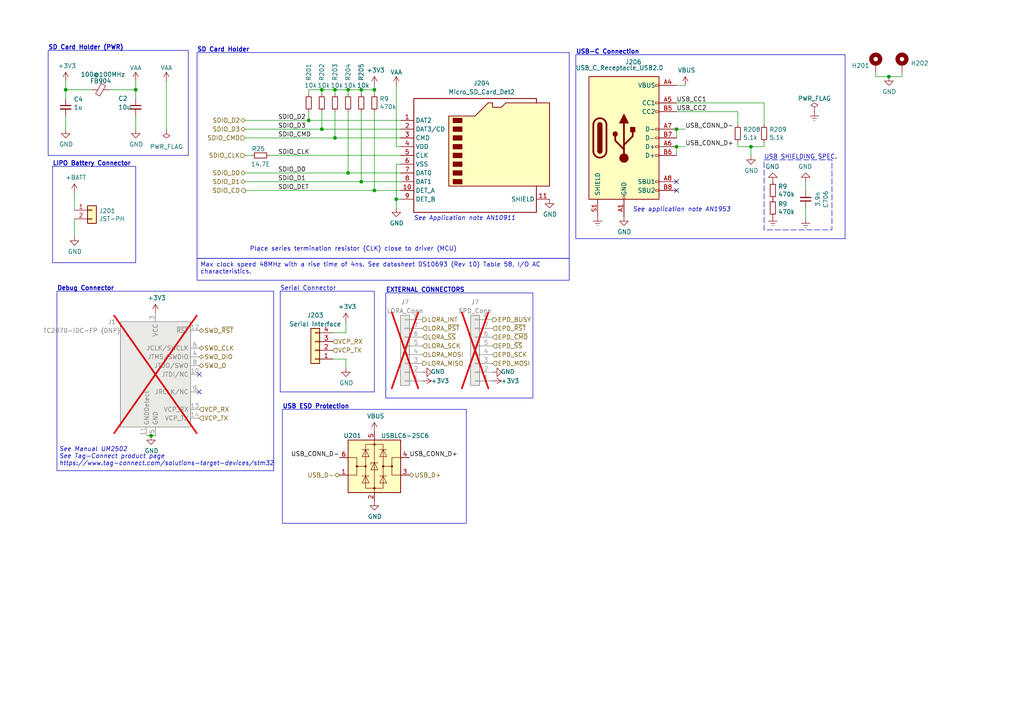
<source format=kicad_sch>
(kicad_sch (version 20230121) (generator eeschema)
  (paper "A4")
  (title_block (title "Kleinvoet") (date "2023-04-12") (rev "${PROJECT_REV}") (company "Department of Electrical and Electronic Engineering - Stellenbosch University") (comment 1 "Digital Signal Processing Laboratory") (comment 2 "Author: CM Geldenhuys <cmgeldenhuys@sun.ac.za>") (comment 3 "Project: Kleinvoet") (comment 4 "License: CERN-OHL-S-2.0"))
  (lib_symbols
    (symbol "Connector:Conn_ST_STDC14"
      (property "Reference" "J" (at -8.89 16.51 0))
      (property "Value" "Conn_ST_STDC14" (at 17.78 16.51 0))
      (symbol "Conn_ST_STDC14_0_1"
        (rectangle (start -10.16 15.24) (end 10.16 -15.24) (stroke (width 0.254)) (fill (type background)))
      )
      (symbol "Conn_ST_STDC14_1_1"
        (pin no_connect line (at -10.16 5.08 0) (length 2.54) hide (name "NC") (number "1"))
        (pin output line (at 12.7 0 180) (length 2.54) (name "JTDI/NC") (number "10"))
        (pin passive line (at -2.54 -17.78 90) (length 2.54) (name "GNDDetect") (number "11"))
        (pin open_collector line (at 12.7 12.7 180) (length 2.54) (name "~{RST}") (number "12"))
        (pin output line (at 12.7 -10.16 180) (length 2.54) (name "VCP_RX") (number "13"))
        (pin input line (at 12.7 -12.7 180) (length 2.54) (name "VCP_TX") (number "14"))
        (pin no_connect line (at -10.16 2.54 0) (length 2.54) hide (name "NC") (number "2"))
        (pin power_in line (at 0 17.78 270) (length 2.54) (name "VCC") (number "3"))
        (pin bidirectional line (at 12.7 5.08 180) (length 2.54) (name "JTMS/SWDIO") (number "4"))
        (pin power_in line (at 0 -17.78 90) (length 2.54) (name "GND") (number "5"))
        (pin output line (at 12.7 7.62 180) (length 2.54) (name "JCLK/SWCLK") (number "6"))
        (pin passive line (at 0 -17.78 90) (length 2.54) hide (name "GND") (number "7"))
        (pin input line (at 12.7 2.54 180) (length 2.54) (name "JTDO/SWO") (number "8"))
        (pin input line (at 12.7 -5.08 180) (length 2.54) (name "JRCLK/NC") (number "9"))
      )
    )
    (symbol "Connector:Micro_SD_Card_Det2"
      (property "Reference" "J" (at -16.51 17.78 0))
      (property "Value" "Micro_SD_Card_Det2" (at 16.51 17.78 0))
      (symbol "Micro_SD_Card_Det2_0_1"
        (rectangle (start -7.62 -6.985) (end -5.08 -8.255) (stroke (width 0.254)) (fill (type outline)))
        (rectangle (start -7.62 -4.445) (end -5.08 -5.715) (stroke (width 0.254)) (fill (type outline)))
        (rectangle (start -7.62 -1.905) (end -5.08 -3.175) (stroke (width 0.254)) (fill (type outline)))
        (rectangle (start -7.62 0.635) (end -5.08 -0.635) (stroke (width 0.254)) (fill (type outline)))
        (rectangle (start -7.62 3.175) (end -5.08 1.905) (stroke (width 0.254)) (fill (type outline)))
        (rectangle (start -7.62 5.715) (end -5.08 4.445) (stroke (width 0.254)) (fill (type outline)))
        (rectangle (start -7.62 8.255) (end -5.08 6.985) (stroke (width 0.254)) (fill (type outline)))
        (rectangle (start -7.62 10.795) (end -5.08 9.525) (stroke (width 0.254)) (fill (type outline)))
        (polyline (pts (xy 16.51 15.24) (xy 16.51 16.51) (xy -19.05 16.51) (xy -19.05 -16.51) (xy 16.51 -16.51) (xy 16.51 -8.89)) (stroke (width 0.254)))
        (polyline (pts (xy -8.89 -8.89) (xy -8.89 11.43) (xy -1.27 11.43) (xy 2.54 15.24) (xy 3.81 15.24) (xy 3.81 13.97) (xy 6.35 13.97) (xy 7.62 15.24) (xy 20.32 15.24) (xy 20.32 -8.89) (xy -8.89 -8.89)) (stroke (width 0.254)) (fill (type background)))
      )
      (symbol "Micro_SD_Card_Det2_1_1"
        (pin bidirectional line (at -22.86 10.16 0) (length 3.81) (name "DAT2") (number "1"))
        (pin passive line (at -22.86 -10.16 0) (length 3.81) (name "DET_A") (number "10"))
        (pin passive line (at 20.32 -12.7 180) (length 3.81) (name "SHIELD") (number "11"))
        (pin bidirectional line (at -22.86 7.62 0) (length 3.81) (name "DAT3/CD") (number "2"))
        (pin input line (at -22.86 5.08 0) (length 3.81) (name "CMD") (number "3"))
        (pin power_in line (at -22.86 2.54 0) (length 3.81) (name "VDD") (number "4"))
        (pin input line (at -22.86 0 0) (length 3.81) (name "CLK") (number "5"))
        (pin power_in line (at -22.86 -2.54 0) (length 3.81) (name "VSS") (number "6"))
        (pin bidirectional line (at -22.86 -5.08 0) (length 3.81) (name "DAT0") (number "7"))
        (pin bidirectional line (at -22.86 -7.62 0) (length 3.81) (name "DAT1") (number "8"))
        (pin passive line (at -22.86 -12.7 0) (length 3.81) (name "DET_B") (number "9"))
      )
    )
    (symbol "Connector_Generic:Conn_01x02" (pin_names (offset 1.016) hide)
      (property "Reference" "J" (at 0 2.54 0))
      (property "Value" "Conn_01x02" (at 0 -5.08 0))
      (symbol "Conn_01x02_1_1"
        (rectangle (start -1.27 -2.413) (end 0 -2.667) (stroke (width 0.1524)))
        (rectangle (start -1.27 0.127) (end 0 -0.127) (stroke (width 0.1524)))
        (rectangle (start -1.27 1.27) (end 1.27 -3.81) (stroke (width 0.254)) (fill (type background)))
        (pin passive line (at -5.08 0 0) (length 3.81) (name "Pin_1") (number "1"))
        (pin passive line (at -5.08 -2.54 0) (length 3.81) (name "Pin_2") (number "2"))
      )
    )
    (symbol "Connector_Generic:Conn_01x04" (pin_names (offset 1.016) hide)
      (property "Reference" "J" (at 0 5.08 0))
      (property "Value" "Conn_01x04" (at 0 -7.62 0))
      (symbol "Conn_01x04_1_1"
        (rectangle (start -1.27 -4.953) (end 0 -5.207) (stroke (width 0.1524)))
        (rectangle (start -1.27 -2.413) (end 0 -2.667) (stroke (width 0.1524)))
        (rectangle (start -1.27 0.127) (end 0 -0.127) (stroke (width 0.1524)))
        (rectangle (start -1.27 2.667) (end 0 2.413) (stroke (width 0.1524)))
        (rectangle (start -1.27 3.81) (end 1.27 -6.35) (stroke (width 0.254)) (fill (type background)))
        (pin passive line (at -5.08 2.54 0) (length 3.81) (name "Pin_1") (number "1"))
        (pin passive line (at -5.08 0 0) (length 3.81) (name "Pin_2") (number "2"))
        (pin passive line (at -5.08 -2.54 0) (length 3.81) (name "Pin_3") (number "3"))
        (pin passive line (at -5.08 -5.08 0) (length 3.81) (name "Pin_4") (number "4"))
      )
    )
    (symbol "Connector_Generic:Conn_01x08" (pin_names (offset 1.016) hide)
      (property "Reference" "J" (at 0 10.16 0))
      (property "Value" "Conn_01x08" (at 0 -12.7 0))
      (symbol "Conn_01x08_1_1"
        (rectangle (start -1.27 -10.033) (end 0 -10.287) (stroke (width 0.1524)))
        (rectangle (start -1.27 -7.493) (end 0 -7.747) (stroke (width 0.1524)))
        (rectangle (start -1.27 -4.953) (end 0 -5.207) (stroke (width 0.1524)))
        (rectangle (start -1.27 -2.413) (end 0 -2.667) (stroke (width 0.1524)))
        (rectangle (start -1.27 0.127) (end 0 -0.127) (stroke (width 0.1524)))
        (rectangle (start -1.27 2.667) (end 0 2.413) (stroke (width 0.1524)))
        (rectangle (start -1.27 5.207) (end 0 4.953) (stroke (width 0.1524)))
        (rectangle (start -1.27 7.747) (end 0 7.493) (stroke (width 0.1524)))
        (rectangle (start -1.27 8.89) (end 1.27 -11.43) (stroke (width 0.254)) (fill (type background)))
        (pin passive line (at -5.08 7.62 0) (length 3.81) (name "Pin_1") (number "1"))
        (pin passive line (at -5.08 5.08 0) (length 3.81) (name "Pin_2") (number "2"))
        (pin passive line (at -5.08 2.54 0) (length 3.81) (name "Pin_3") (number "3"))
        (pin passive line (at -5.08 0 0) (length 3.81) (name "Pin_4") (number "4"))
        (pin passive line (at -5.08 -2.54 0) (length 3.81) (name "Pin_5") (number "5"))
        (pin passive line (at -5.08 -5.08 0) (length 3.81) (name "Pin_6") (number "6"))
        (pin passive line (at -5.08 -7.62 0) (length 3.81) (name "Pin_7") (number "7"))
        (pin passive line (at -5.08 -10.16 0) (length 3.81) (name "Pin_8") (number "8"))
      )
    )
    (symbol "Device:C_Small" (pin_numbers hide) (pin_names (offset 0.254) hide)
      (property "Reference" "C" (at 0.254 1.778 0))
      (property "Value" "C_Small" (at 0.254 -2.032 0))
      (symbol "C_Small_0_1"
        (polyline (pts (xy -1.524 -0.508) (xy 1.524 -0.508)) (stroke (width 0.3302)))
        (polyline (pts (xy -1.524 0.508) (xy 1.524 0.508)) (stroke (width 0.3048)))
      )
      (symbol "C_Small_1_1"
        (pin passive line (at 0 2.54 270) (length 2.032) (name "~") (number "1"))
        (pin passive line (at 0 -2.54 90) (length 2.032) (name "~") (number "2"))
      )
    )
    (symbol "Device:FerriteBead_Small" (pin_numbers hide) (pin_names (offset 0))
      (property "Reference" "FB" (at 1.905 1.27 0))
      (property "Value" "FerriteBead_Small" (at 1.905 -1.27 0))
      (symbol "FerriteBead_Small_0_1"
        (polyline (pts (xy 0 -1.27) (xy 0 -0.7874)))
        (polyline (pts (xy 0 0.889) (xy 0 1.2954)))
        (polyline (pts (xy -1.8288 0.2794) (xy -1.1176 1.4986) (xy 1.8288 -0.2032) (xy 1.1176 -1.4224) (xy -1.8288 0.2794)))
      )
      (symbol "FerriteBead_Small_1_1"
        (pin passive line (at 0 2.54 270) (length 1.27) (name "~") (number "1"))
        (pin passive line (at 0 -2.54 90) (length 1.27) (name "~") (number "2"))
      )
    )
    (symbol "Device:R_Small" (pin_numbers hide) (pin_names (offset 0.254) hide)
      (property "Reference" "R" (at 0.762 0.508 0))
      (property "Value" "R_Small" (at 0.762 -1.016 0))
      (symbol "R_Small_0_1"
        (rectangle (start -0.762 1.778) (end 0.762 -1.778) (stroke (width 0.2032)))
      )
      (symbol "R_Small_1_1"
        (pin passive line (at 0 2.54 270) (length 0.762) (name "~") (number "1"))
        (pin passive line (at 0 -2.54 90) (length 0.762) (name "~") (number "2"))
      )
    )
    (symbol "Mechanical:MountingHole_Pad" (pin_numbers hide) (pin_names (offset 1.016) hide)
      (property "Reference" "H" (at 0 6.35 0))
      (property "Value" "MountingHole_Pad" (at 0 4.445 0))
      (symbol "MountingHole_Pad_0_1"
        (circle (center 0 1.27) (radius 1.27) (stroke (width 1.27)))
      )
      (symbol "MountingHole_Pad_1_1"
        (pin input line (at 0 -2.54 90) (length 2.54) (name "1") (number "1"))
      )
    )
    (symbol "Power_Protection:USBLC6-2SC6" (pin_names hide)
      (property "Reference" "U" (at 2.54 8.89 0))
      (property "Value" "USBLC6-2SC6" (at 2.54 -8.89 0))
      (symbol "USBLC6-2SC6_0_1"
        (rectangle (start -7.62 -7.62) (end 7.62 7.62) (stroke (width 0.254)) (fill (type background)))
        (circle (center -5.08 0) (radius 0.254) (fill (type outline)))
        (circle (center -2.54 0) (radius 0.254) (fill (type outline)))
        (rectangle (start -2.54 6.35) (end 2.54 -6.35))
        (circle (center 0 -6.35) (radius 0.254) (fill (type outline)))
        (polyline (pts (xy -5.08 -2.54) (xy -7.62 -2.54)))
        (polyline (pts (xy -5.08 0) (xy -5.08 -2.54)))
        (polyline (pts (xy -5.08 2.54) (xy -7.62 2.54)))
        (polyline (pts (xy -1.524 -2.794) (xy -3.556 -2.794)))
        (polyline (pts (xy -1.524 4.826) (xy -3.556 4.826)))
        (polyline (pts (xy 0 -7.62) (xy 0 -6.35)))
        (polyline (pts (xy 0 -6.35) (xy 0 1.27)))
        (polyline (pts (xy 0 1.27) (xy 0 6.35)))
        (polyline (pts (xy 0 6.35) (xy 0 7.62)))
        (polyline (pts (xy 1.524 -2.794) (xy 3.556 -2.794)))
        (polyline (pts (xy 1.524 4.826) (xy 3.556 4.826)))
        (polyline (pts (xy 5.08 -2.54) (xy 7.62 -2.54)))
        (polyline (pts (xy 5.08 0) (xy 5.08 -2.54)))
        (polyline (pts (xy 5.08 2.54) (xy 7.62 2.54)))
        (polyline (pts (xy -2.54 0) (xy -5.08 0) (xy -5.08 2.54)))
        (polyline (pts (xy 2.54 0) (xy 5.08 0) (xy 5.08 2.54)))
        (polyline (pts (xy -3.556 -4.826) (xy -1.524 -4.826) (xy -2.54 -2.794) (xy -3.556 -4.826)))
        (polyline (pts (xy -3.556 2.794) (xy -1.524 2.794) (xy -2.54 4.826) (xy -3.556 2.794)))
        (polyline (pts (xy -1.016 -1.016) (xy 1.016 -1.016) (xy 0 1.016) (xy -1.016 -1.016)))
        (polyline (pts (xy 1.016 1.016) (xy 0.762 1.016) (xy -1.016 1.016) (xy -1.016 0.508)))
        (polyline (pts (xy 3.556 -4.826) (xy 1.524 -4.826) (xy 2.54 -2.794) (xy 3.556 -4.826)))
        (polyline (pts (xy 3.556 2.794) (xy 1.524 2.794) (xy 2.54 4.826) (xy 3.556 2.794)))
        (circle (center 0 6.35) (radius 0.254) (fill (type outline)))
        (circle (center 2.54 0) (radius 0.254) (fill (type outline)))
        (circle (center 5.08 0) (radius 0.254) (fill (type outline)))
      )
      (symbol "USBLC6-2SC6_1_1"
        (pin passive line (at -10.16 -2.54 0) (length 2.54) (name "I/O1") (number "1"))
        (pin passive line (at 0 -10.16 90) (length 2.54) (name "GND") (number "2"))
        (pin passive line (at 10.16 -2.54 180) (length 2.54) (name "I/O2") (number "3"))
        (pin passive line (at 10.16 2.54 180) (length 2.54) (name "I/O2") (number "4"))
        (pin passive line (at 0 10.16 270) (length 2.54) (name "VBUS") (number "5"))
        (pin passive line (at -10.16 2.54 0) (length 2.54) (name "I/O1") (number "6"))
      )
    )
    (symbol "kleinvoet-rescue:USB_C_Receptacle_USB2.0-Connector" (pin_names (offset 1.016))
      (property "Reference" "J" (at -10.16 19.05 0))
      (property "Value" "USB_C_Receptacle_USB2.0-Connector" (at 19.05 19.05 0))
      (symbol "USB_C_Receptacle_USB2.0-Connector_0_0"
        (rectangle (start -0.254 -17.78) (end 0.254 -16.764))
        (rectangle (start 10.16 -14.986) (end 9.144 -15.494))
        (rectangle (start 10.16 -12.446) (end 9.144 -12.954))
        (rectangle (start 10.16 -4.826) (end 9.144 -5.334))
        (rectangle (start 10.16 -2.286) (end 9.144 -2.794))
        (rectangle (start 10.16 0.254) (end 9.144 -0.254))
        (rectangle (start 10.16 2.794) (end 9.144 2.286))
        (rectangle (start 10.16 7.874) (end 9.144 7.366))
        (rectangle (start 10.16 10.414) (end 9.144 9.906))
        (rectangle (start 10.16 15.494) (end 9.144 14.986))
      )
      (symbol "USB_C_Receptacle_USB2.0-Connector_0_1"
        (rectangle (start -10.16 17.78) (end 10.16 -17.78) (stroke (width 0.254)) (fill (type background)))
        (arc (start -8.89 -3.81) (mid -6.985 -5.7067) (end -5.08 -3.81) (stroke (width 0.508)))
        (arc (start -7.62 -3.81) (mid -6.985 -4.4423) (end -6.35 -3.81) (stroke (width 0.254)))
        (arc (start -7.62 -3.81) (mid -6.985 -4.4423) (end -6.35 -3.81) (stroke (width 0.254)) (fill (type outline)))
        (rectangle (start -7.62 -3.81) (end -6.35 3.81) (stroke (width 0.254)) (fill (type outline)))
        (arc (start -6.35 3.81) (mid -6.985 4.4423) (end -7.62 3.81) (stroke (width 0.254)))
        (arc (start -6.35 3.81) (mid -6.985 4.4423) (end -7.62 3.81) (stroke (width 0.254)) (fill (type outline)))
        (arc (start -5.08 3.81) (mid -6.985 5.7067) (end -8.89 3.81) (stroke (width 0.508)))
        (circle (center -2.54 1.143) (radius 0.635) (stroke (width 0.254)) (fill (type outline)))
        (circle (center 0 -5.842) (radius 1.27) (fill (type outline)))
        (polyline (pts (xy -8.89 -3.81) (xy -8.89 3.81)) (stroke (width 0.508)))
        (polyline (pts (xy -5.08 3.81) (xy -5.08 -3.81)) (stroke (width 0.508)))
        (polyline (pts (xy 0 -5.842) (xy 0 4.318)) (stroke (width 0.508)))
        (polyline (pts (xy 0 -3.302) (xy -2.54 -0.762) (xy -2.54 0.508)) (stroke (width 0.508)))
        (polyline (pts (xy 0 -2.032) (xy 2.54 0.508) (xy 2.54 1.778)) (stroke (width 0.508)))
        (polyline (pts (xy -1.27 4.318) (xy 0 6.858) (xy 1.27 4.318) (xy -1.27 4.318)) (stroke (width 0.254)) (fill (type outline)))
        (rectangle (start 1.905 1.778) (end 3.175 3.048) (stroke (width 0.254)) (fill (type outline)))
      )
      (symbol "USB_C_Receptacle_USB2.0-Connector_1_1"
        (pin power_in line (at 0 -22.86 90) (length 5.08) (name "GND") (number "A1"))
        (pin passive line (at 0 -22.86 90) (length 5.08) hide (name "GND") (number "A12"))
        (pin power_in line (at 15.24 15.24 180) (length 5.08) (name "VBUS") (number "A4"))
        (pin bidirectional line (at 15.24 10.16 180) (length 5.08) (name "CC1") (number "A5"))
        (pin bidirectional line (at 15.24 -2.54 180) (length 5.08) (name "D+") (number "A6"))
        (pin bidirectional line (at 15.24 2.54 180) (length 5.08) (name "D-") (number "A7"))
        (pin bidirectional line (at 15.24 -12.7 180) (length 5.08) (name "SBU1") (number "A8"))
        (pin passive line (at 15.24 15.24 180) (length 5.08) hide (name "VBUS") (number "A9"))
        (pin passive line (at 0 -22.86 90) (length 5.08) hide (name "GND") (number "B1"))
        (pin passive line (at 0 -22.86 90) (length 5.08) hide (name "GND") (number "B12"))
        (pin passive line (at 15.24 15.24 180) (length 5.08) hide (name "VBUS") (number "B4"))
        (pin bidirectional line (at 15.24 7.62 180) (length 5.08) (name "CC2") (number "B5"))
        (pin bidirectional line (at 15.24 -5.08 180) (length 5.08) (name "D+") (number "B6"))
        (pin bidirectional line (at 15.24 0 180) (length 5.08) (name "D-") (number "B7"))
        (pin bidirectional line (at 15.24 -15.24 180) (length 5.08) (name "SBU2") (number "B8"))
        (pin passive line (at 15.24 15.24 180) (length 5.08) hide (name "VBUS") (number "B9"))
        (pin passive line (at -7.62 -22.86 90) (length 5.08) (name "SHIELD") (number "S1"))
      )
    )
    (symbol "power:+3V3" (power) (pin_names (offset 0))
      (property "Value" "+3V3" (at 0 3.556 0))
      (symbol "+3V3_0_1"
        (polyline (pts (xy -0.762 1.27) (xy 0 2.54)))
        (polyline (pts (xy 0 0) (xy 0 2.54)))
        (polyline (pts (xy 0 2.54) (xy 0.762 1.27)))
      )
      (symbol "+3V3_1_1"
        (pin power_in line (at 0 0 90) (length 0) hide (name "+3V3") (number "1"))
      )
    )
    (symbol "power:+BATT" (power) (pin_names (offset 0))
      (property "Value" "+BATT" (at 0 3.556 0))
      (symbol "+BATT_0_1"
        (polyline (pts (xy -0.762 1.27) (xy 0 2.54)))
        (polyline (pts (xy 0 0) (xy 0 2.54)))
        (polyline (pts (xy 0 2.54) (xy 0.762 1.27)))
      )
      (symbol "+BATT_1_1"
        (pin power_in line (at 0 0 90) (length 0) hide (name "+BATT") (number "1"))
      )
    )
    (symbol "power:Earth" (power) (pin_names (offset 0))
      (symbol "Earth_0_1"
        (polyline (pts (xy -0.635 -1.905) (xy 0.635 -1.905)))
        (polyline (pts (xy -0.127 -2.54) (xy 0.127 -2.54)))
        (polyline (pts (xy 0 -1.27) (xy 0 0)))
        (polyline (pts (xy 1.27 -1.27) (xy -1.27 -1.27)))
      )
      (symbol "Earth_1_1"
        (pin power_in line (at 0 0 270) (length 0) hide (name "Earth") (number "1"))
      )
    )
    (symbol "power:GND" (power) (pin_names (offset 0))
      (property "Value" "GND" (at 0 -3.81 0))
      (symbol "GND_0_1"
        (polyline (pts (xy 0 0) (xy 0 -1.27) (xy 1.27 -1.27) (xy 0 -2.54) (xy -1.27 -1.27) (xy 0 -1.27)))
      )
      (symbol "GND_1_1"
        (pin power_in line (at 0 0 270) (length 0) hide (name "GND") (number "1"))
      )
    )
    (symbol "power:PWR_FLAG" (power) (pin_numbers hide) (pin_names (offset 0) hide)
      (property "Value" "PWR_FLAG" (at 0 3.81 0))
      (symbol "PWR_FLAG_0_0"
        (pin power_out line (at 0 0 90) (length 0) (name "pwr") (number "1"))
      )
      (symbol "PWR_FLAG_0_1"
        (polyline (pts (xy 0 0) (xy 0 1.27) (xy -1.016 1.905) (xy 0 2.54) (xy 1.016 1.905) (xy 0 1.27)))
      )
    )
    (symbol "power:VAA" (power) (pin_names (offset 0))
      (property "Value" "VAA" (at 0 3.81 0))
      (symbol "VAA_0_1"
        (polyline (pts (xy -0.762 1.27) (xy 0 2.54)))
        (polyline (pts (xy 0 0) (xy 0 2.54)))
        (polyline (pts (xy 0 2.54) (xy 0.762 1.27)))
      )
      (symbol "VAA_1_1"
        (pin power_in line (at 0 0 90) (length 0) hide (name "VAA") (number "1"))
      )
    )
    (symbol "power:VBUS" (power) (pin_names (offset 0))
      (property "Value" "VBUS" (at 0 3.81 0))
      (symbol "VBUS_0_1"
        (polyline (pts (xy -0.762 1.27) (xy 0 2.54)))
        (polyline (pts (xy 0 0) (xy 0 2.54)))
        (polyline (pts (xy 0 2.54) (xy 0.762 1.27)))
      )
      (symbol "VBUS_1_1"
        (pin power_in line (at 0 0 90) (length 0) hide (name "VBUS") (number "1"))
      )
    )
  )
  (junction (at 114.935 57.785))
  (junction (at 93.345 37.465))
  (junction (at 108.585 26.035))
  (junction (at 104.775 26.035))
  (junction (at 100.965 50.165))
  (junction (at 257.81 22.225))
  (junction (at 39.37 26.035))
  (junction (at 217.805 42.545))
  (junction (at 100.965 26.035))
  (junction (at 97.155 40.005))
  (junction (at 196.215 37.465))
  (junction (at 19.05 26.035))
  (junction (at 108.585 55.245))
  (junction (at 93.345 26.035))
  (junction (at 89.535 34.925))
  (junction (at 43.815 126.365))
  (junction (at 196.215 42.545))
  (junction (at 97.155 26.035))
  (junction (at 104.775 52.705))
  (no_connect (at 196.215 55.245))
  (no_connect (at 57.785 113.665))
  (no_connect (at 196.215 52.705))
  (no_connect (at 57.785 108.585))
  (polyline (pts (xy 167.005 69.215) (xy 245.11 69.215)))
  (polyline (pts (xy 39.37 76.2) (xy 39.37 48.26)))
  (polyline (pts (xy 81.915 151.765) (xy 135.255 151.765)))
  (wire (pts (xy 71.12 45.085) (xy 73.025 45.085)))
  (wire (pts (xy 71.12 37.465) (xy 93.345 37.465)))
  (wire (pts (xy 97.155 26.035) (xy 97.155 27.305)))
  (wire (pts (xy 19.05 23.495) (xy 19.05 26.035)))
  (wire (pts (xy 89.535 27.305) (xy 89.535 26.035)))
  (wire (pts (xy 100.965 26.035) (xy 104.775 26.035)))
  (wire (pts (xy 31.75 26.035) (xy 39.37 26.035)))
  (wire (pts (xy 100.965 26.035) (xy 100.965 27.305)))
  (wire (pts (xy 97.155 32.385) (xy 97.155 40.005)))
  (wire (pts (xy 93.345 37.465) (xy 116.205 37.465)))
  (wire (pts (xy 71.12 34.925) (xy 89.535 34.925)))
  (polyline (pts (xy 165.1 15.24) (xy 165.1 74.93)))
  (wire (pts (xy 78.105 45.085) (xy 116.205 45.085)))
  (wire (pts (xy 71.12 55.245) (xy 108.585 55.245)))
  (wire (pts (xy 93.345 26.035) (xy 97.155 26.035)))
  (polyline (pts (xy 165.1 15.24) (xy 57.15 15.24)))
  (wire (pts (xy 19.05 33.655) (xy 19.05 37.465)))
  (wire (pts (xy 104.775 32.385) (xy 104.775 52.705)))
  (wire (pts (xy 100.965 32.385) (xy 100.965 50.165)))
  (wire (pts (xy 19.05 26.035) (xy 19.05 28.575)))
  (wire (pts (xy 116.205 42.545) (xy 114.935 42.545)))
  (wire (pts (xy 100.33 96.52) (xy 96.52 96.52)))
  (polyline (pts (xy 245.11 69.215) (xy 245.11 15.875)))
  (wire (pts (xy 254 22.225) (xy 257.81 22.225)))
  (polyline (pts (xy 15.24 48.26) (xy 15.24 76.2)))
  (wire (pts (xy 217.805 45.085) (xy 217.805 42.545)))
  (wire (pts (xy 114.935 57.785) (xy 116.205 57.785)))
  (wire (pts (xy 89.535 32.385) (xy 89.535 34.925)))
  (wire (pts (xy 261.62 22.225) (xy 261.62 20.955)))
  (wire (pts (xy 89.535 34.925) (xy 116.205 34.925)))
  (wire (pts (xy 93.345 27.305) (xy 93.345 26.035)))
  (polyline (pts (xy 57.15 15.24) (xy 57.15 74.93)))
  (wire (pts (xy 196.215 45.085) (xy 196.215 42.545)))
  (wire (pts (xy 100.33 104.14) (xy 100.33 106.68)))
  (wire (pts (xy 217.805 42.545) (xy 213.995 42.545)))
  (wire (pts (xy 39.37 23.495) (xy 39.37 26.035)))
  (wire (pts (xy 233.68 60.325) (xy 233.68 63.5)))
  (wire (pts (xy 217.805 42.545) (xy 221.615 42.545)))
  (polyline (pts (xy 81.915 118.745) (xy 135.255 118.745)))
  (wire (pts (xy 71.12 40.005) (xy 97.155 40.005)))
  (wire (pts (xy 21.59 68.58) (xy 21.59 63.5)))
  (wire (pts (xy 213.995 36.195) (xy 213.995 32.385)))
  (wire (pts (xy 114.935 42.545) (xy 114.935 24.765)))
  (wire (pts (xy 213.995 42.545) (xy 213.995 41.275)))
  (wire (pts (xy 198.755 37.465) (xy 196.215 37.465)))
  (polyline (pts (xy 245.11 15.875) (xy 167.005 15.875)))
  (wire (pts (xy 213.995 32.385) (xy 196.215 32.385)))
  (wire (pts (xy 198.755 24.765) (xy 196.215 24.765)))
  (wire (pts (xy 104.775 26.035) (xy 104.775 27.305)))
  (wire (pts (xy 39.37 26.035) (xy 39.37 28.575)))
  (wire (pts (xy 254 22.225) (xy 254 20.955)))
  (polyline (pts (xy 135.255 151.765) (xy 135.255 118.745)))
  (wire (pts (xy 71.12 50.165) (xy 100.965 50.165)))
  (wire (pts (xy 108.585 24.765) (xy 108.585 26.035)))
  (wire (pts (xy 104.775 52.705) (xy 116.205 52.705)))
  (wire (pts (xy 43.815 126.365) (xy 42.545 126.365)))
  (wire (pts (xy 108.585 55.245) (xy 116.205 55.245)))
  (polyline (pts (xy 167.005 15.875) (xy 167.005 69.215)))
  (wire (pts (xy 257.81 22.225) (xy 261.62 22.225)))
  (wire (pts (xy 233.68 52.705) (xy 233.68 55.245)))
  (polyline (pts (xy 81.915 118.745) (xy 81.915 151.765)))
  (wire (pts (xy 89.535 26.035) (xy 93.345 26.035)))
  (polyline (pts (xy 39.37 48.26) (xy 15.24 48.26)))
  (wire (pts (xy 114.935 47.625) (xy 116.205 47.625)))
  (wire (pts (xy 114.935 60.325) (xy 114.935 57.785)))
  (wire (pts (xy 93.345 32.385) (xy 93.345 37.465)))
  (wire (pts (xy 100.33 93.345) (xy 100.33 96.52)))
  (wire (pts (xy 104.775 26.035) (xy 108.585 26.035)))
  (wire (pts (xy 100.965 50.165) (xy 116.205 50.165)))
  (wire (pts (xy 96.52 104.14) (xy 100.33 104.14)))
  (wire (pts (xy 97.155 26.035) (xy 100.965 26.035)))
  (wire (pts (xy 196.215 40.005) (xy 196.215 37.465)))
  (polyline (pts (xy 57.15 74.93) (xy 165.1 74.93)))
  (wire (pts (xy 97.155 40.005) (xy 116.205 40.005)))
  (wire (pts (xy 71.12 52.705) (xy 104.775 52.705)))
  (wire (pts (xy 108.585 26.035) (xy 108.585 27.305)))
  (wire (pts (xy 45.085 126.365) (xy 43.815 126.365)))
  (wire (pts (xy 21.59 60.96) (xy 21.59 55.88)))
  (wire (pts (xy 108.585 32.385) (xy 108.585 55.245)))
  (wire (pts (xy 221.615 29.845) (xy 196.215 29.845)))
  (wire (pts (xy 221.615 42.545) (xy 221.615 41.275)))
  (wire (pts (xy 114.935 57.785) (xy 114.935 47.625)))
  (wire (pts (xy 221.615 36.195) (xy 221.615 29.845)))
  (wire (pts (xy 198.755 42.545) (xy 196.215 42.545)))
  (wire (pts (xy 19.05 26.035) (xy 26.67 26.035)))
  (polyline (pts (xy 15.24 76.2) (xy 39.37 76.2)))
  (wire (pts (xy 48.26 23.495) (xy 48.26 37.465)))
  (wire (pts (xy 39.37 33.655) (xy 39.37 37.465)))
  (rectangle (start 221.615 46.355) (end 241.3 66.675) (stroke (width 0) (type dash)))
  (rectangle (start 13.97 14.605) (end 54.61 45.085))
  (rectangle (start 111.887 84.963) (end 154.559 115.443))
  (rectangle (start 81.28 84.455) (end 108.585 113.665))
  (rectangle (start 16.51 84.455) (end 79.375 136.525))
  (text_box "Max clock speed 48MHz with a rise time of 4ns. See datasheet DS10693 (Rev 10) Table 58, I/O AC characteristics." (at 57.15 74.93 0) (size 107.95 6.35) (effects (font (size 1.27 1.27)) (justify left top)))
  (text "USB ESD Protection" (at 81.915 118.745 0) (effects (font (size 1.27 1.27) (thickness 0.254) bold) (justify left bottom)))
  (text "Debug Connector" (at 16.51 84.455 0) (effects (font (size 1.27 1.27) (thickness 0.254) bold) (justify left bottom)))
  (text "Place series termination resistor (CLK) close to driver (MCU)" (at 72.39 73.025 0) (effects (font (size 1.27 1.27)) (justify left bottom)))
  (text "Serial Connector" (at 81.28 84.455 0) (effects (font (size 1.27 1.27)) (justify left bottom)))
  (text "See application note AN1953" (at 183.515 61.595 0) (effects (font (size 1.27 1.27) italic) (justify left bottom)))
  (text "See Manual UM2502\nSee Tag-Connect product page\nhttps://www.tag-connect.com/solutions-target-devices/stm32" (at 17.145 135.255 0) (effects (font (size 1.27 1.27) italic) (justify left bottom)))
  (text "EXTERNAL CONNECTORS" (at 111.887 84.963 0) (effects (font (size 1.27 1.27) (thickness 0.254) bold) (justify left bottom)))
  (text "See Application note AN10911" (at 120.015 64.135 0) (effects (font (size 1.27 1.27) italic) (justify left bottom)))
  (text "USB SHIELDING SPEC." (at 221.615 46.355 0) (effects (font (size 1.27 1.27)) (justify left bottom)))
  (text "SD Card Holder (PWR)" (at 13.97 14.605 0) (effects (font (size 1.27 1.27) (thickness 0.254) bold) (justify left bottom)))
  (text "LIPO Battery Connector" (at 15.24 48.26 0) (effects (font (size 1.27 1.27) (thickness 0.254) bold) (justify left bottom)))
  (text "SD Card Holder" (at 57.15 15.24 0) (effects (font (size 1.27 1.27) (thickness 0.254) bold) (justify left bottom)))
  (text "USB-C Connection" (at 167.005 15.875 0) (effects (font (size 1.27 1.27) (thickness 0.254) bold) (justify left bottom)))
  (label "SDIO_CMD" (at 80.645 40.005 0))
  (label "USB_CONN_D-" (at 98.425 132.715 180))
  (label "SDIO_CLK" (at 80.645 45.085 0))
  (label "USB_CC1" (at 196.215 29.845 0))
  (label "SDIO_D0" (at 80.645 50.165 0))
  (label "USB_CONN_D+" (at 118.745 132.715 0))
  (label "USB_CONN_D+" (at 198.755 42.545 0))
  (label "USB_CC2" (at 196.215 32.385 0))
  (label "SDIO_D1" (at 80.645 52.705 0))
  (label "SDIO_D3" (at 80.645 37.465 0))
  (label "SDIO_D2" (at 80.645 34.925 0))
  (label "SDIO_DET" (at 80.645 55.245 0))
  (label "USB_CONN_D-" (at 198.755 37.465 0))
  (hierarchical_label "SDIO_CD" (shape output) (at 71.12 55.245 180))
  (hierarchical_label "EPD_SCK" (shape input) (at 142.875 102.87 0))
  (hierarchical_label "EPD_~{CMD}" (shape input) (at 142.875 97.79 0))
  (hierarchical_label "USB_D-" (shape bidirectional) (at 98.425 137.795 180))
  (hierarchical_label "EPD_BUSY" (shape output) (at 142.875 92.71 0))
  (hierarchical_label "VCP_RX" (shape input) (at 57.785 118.745 0))
  (hierarchical_label "LORA_~{SS}" (shape input) (at 122.555 97.79 0))
  (hierarchical_label "EPD_MOSI" (shape input) (at 142.875 105.41 0))
  (hierarchical_label "SDIO_CMD" (shape input) (at 71.12 40.005 180))
  (hierarchical_label "LORA_MISO" (shape output) (at 122.555 105.41 0))
  (hierarchical_label "SDIO_D2" (shape bidirectional) (at 71.12 34.925 180))
  (hierarchical_label "LORA_~{RST}" (shape input) (at 122.555 95.25 0))
  (hierarchical_label "SWD_~{RST}" (shape bidirectional) (at 57.785 95.885 0))
  (hierarchical_label "VCP_TX" (shape input) (at 96.52 101.6 0))
  (hierarchical_label "VCP_RX" (shape input) (at 96.52 99.06 0))
  (hierarchical_label "LORA_SCK" (shape input) (at 122.555 100.33 0))
  (hierarchical_label "SDIO_D0" (shape bidirectional) (at 71.12 50.165 180))
  (hierarchical_label "SDIO_CLK" (shape input) (at 71.12 45.085 180))
  (hierarchical_label "SWD_CLK" (shape bidirectional) (at 57.785 100.965 0))
  (hierarchical_label "EPD_~{SS}" (shape input) (at 142.875 100.33 0))
  (hierarchical_label "VCP_TX" (shape input) (at 57.785 121.285 0))
  (hierarchical_label "SDIO_D3" (shape bidirectional) (at 71.12 37.465 180))
  (hierarchical_label "SWD_O" (shape bidirectional) (at 57.785 106.045 0))
  (hierarchical_label "SDIO_D1" (shape bidirectional) (at 71.12 52.705 180))
  (hierarchical_label "LORA_INT" (shape output) (at 122.555 92.71 0))
  (hierarchical_label "SWD_DIO" (shape bidirectional) (at 57.785 103.505 0))
  (hierarchical_label "LORA_MOSI" (shape input) (at 122.555 102.87 0))
  (hierarchical_label "USB_D+" (shape bidirectional) (at 118.745 137.795 0))
  (hierarchical_label "EPD_~{RST}" (shape input) (at 142.875 95.25 0))
  (symbol (lib_id "Connector_Generic:Conn_01x02") (at 26.67 60.96 0) (unit 1)
    (property "Reference" "J201" (at 28.702 61.1632 0) (effects (justify left)))
    (property "Value" "JST-PH" (at 28.702 63.4746 0) (effects (justify left)))
    (property "Footprint" "grootvoet:JST_PH_S2B-PH-SM4-TB_1x02-1MP_P2.00mm_Horizontal" (effects hide))
    (property "MPN" "1769" (effects hide))
    (property "Mfr." "Adafruit" (effects hide))
  )
  (symbol (lib_id "power:+BATT") (at 21.59 55.88 0) (unit 1)
    (property "Reference" "#PWR0203" (effects hide))
    (property "Value" "+BATT" (at 21.971 51.4858 0))
  )
  (symbol (lib_id "power:GND") (at 21.59 68.58 0) (unit 1)
    (property "Reference" "#PWR0204" (effects hide))
    (property "Value" "GND" (at 21.717 72.9742 0))
  )
  (symbol (lib_id "power:GND") (at 180.975 62.865 0) (unit 1)
    (property "Reference" "#PWR0219" (effects hide))
    (property "Value" "GND" (at 181.102 67.2592 0))
  )
  (symbol (lib_id "power:Earth") (at 173.355 62.865 0) (unit 1)
    (property "Reference" "#PWR0216" (effects hide))
    (property "Value" "Earth" (effects hide))
  )
  (symbol (lib_id "power:VBUS") (at 198.755 24.765 0) (unit 1)
    (property "Reference" "#PWR0220" (effects hide))
    (property "Value" "VBUS" (at 199.136 20.3708 0))
  )
  (symbol (lib_id "kleinvoet-rescue:USB_C_Receptacle_USB2.0-Connector") (at 180.975 40.005 0) (unit 1)
    (property "Reference" "J206" (at 183.6928 17.9832 0))
    (property "Value" "USB_C_Receptacle_USB2.0" (at 179.705 19.685 0))
    (property "Footprint" "grootvoet:USB_C_Recepetacle_JAE_DX07S016JA1" (effects hide))
    (property "Datasheet" "https://www.usb.org/sites/default/files/documents/usb_type-c.zip" (effects hide))
    (property "Mfr." "JAE Electronics" (effects hide))
    (property "MPN" "DX07S016JA1R1500" (effects hide))
  )
  (symbol (lib_id "Device:R_Small") (at 213.995 38.735 180) (unit 1)
    (property "Reference" "R208" (at 215.4936 37.5666 0) (effects (justify right)))
    (property "Value" "5.1k" (at 215.4936 39.878 0) (effects (justify right)))
    (property "Footprint" "Resistor_SMD:R_0603_1608Metric" (effects hide))
    (property "MPN" "AC0603FR-135K1L" (effects hide))
    (property "Mfr." "Yageo" (effects hide))
  )
  (symbol (lib_id "Device:R_Small") (at 221.615 38.735 180) (unit 1)
    (property "Reference" "R209" (at 223.1136 37.5666 0) (effects (justify right)))
    (property "Value" "5.1k" (at 223.1136 39.878 0) (effects (justify right)))
    (property "Footprint" "Resistor_SMD:R_0603_1608Metric" (effects hide))
    (property "MPN" "AC0603FR-135K1L" (effects hide))
    (property "Mfr." "Yageo" (effects hide))
  )
  (symbol (lib_id "power:GND") (at 217.805 45.085 0) (unit 1)
    (property "Reference" "#PWR0223" (effects hide))
    (property "Value" "GND" (at 217.932 49.4792 0))
  )
  (symbol (lib_id "Mechanical:MountingHole_Pad") (at 261.62 18.415 0) (unit 1)
    (property "Reference" "H202" (at 264.16 18.3388 0) (effects (justify left)))
    (property "Value" "MountingHole_Pad" (effects hide))
    (property "Footprint" "MountingHole:MountingHole_3.2mm_M3_Pad_Via" (effects hide))
  )
  (symbol (lib_id "Mechanical:MountingHole_Pad") (at 254 18.415 0) (unit 1)
    (property "Reference" "H201" (at 247.015 19.05 0) (effects (justify left)))
    (property "Value" "MountingHole_Pad" (effects hide))
    (property "Footprint" "MountingHole:MountingHole_3.2mm_M3_Pad_Via" (effects hide))
  )
  (symbol (lib_id "Device:R_Small") (at 104.775 29.845 180) (unit 1)
    (property "Reference" "R205" (at 104.775 23.495 90) (effects (justify right)))
    (property "Value" "10k" (at 103.505 24.765 0) (effects (justify right)))
    (property "Footprint" "Resistor_SMD:R_0402_1005Metric" (effects hide))
    (property "MPN" "RT0402FRE1310KL" (effects hide))
    (property "Mfr." "Yageo" (effects hide))
  )
  (symbol (lib_id "Power_Protection:USBLC6-2SC6") (at 108.585 135.255 0) (unit 1)
    (property "Reference" "U201" (at 102.235 126.365 0))
    (property "Value" "USBLC6-2SC6" (at 117.475 126.365 0))
    (property "Footprint" "grootvoet:SOT-666_Handsoldering" (effects hide))
    (property "Datasheet" "https://www.st.com/resource/en/datasheet/usblc6-2.pdf" (effects hide))
    (property "MPN" "USBLC6-2P6" (effects hide))
    (property "Mfr." "STMicroelectronics" (effects hide))
  )
  (symbol (lib_id "power:GND") (at 108.585 145.415 0) (unit 1)
    (property "Reference" "#PWR0230" (effects hide))
    (property "Value" "GND" (at 108.712 149.8092 0))
  )
  (symbol (lib_id "power:VBUS") (at 108.585 125.095 0) (unit 1)
    (property "Reference" "#PWR0229" (effects hide))
    (property "Value" "VBUS" (at 108.966 120.7008 0))
  )
  (symbol (lib_id "power:GND") (at 114.935 60.325 0) (unit 1)
    (property "Reference" "#PWR0212" (effects hide))
    (property "Value" "GND" (at 115.062 64.7192 0))
  )
  (symbol (lib_id "power:VAA") (at 39.37 23.495 0) (unit 1)
    (property "Reference" "#PWR0205" (effects hide))
    (property "Value" "VAA" (at 39.37 19.685 0))
  )
  (symbol (lib_id "Device:R_Small") (at 97.155 29.845 180) (unit 1)
    (property "Reference" "R203" (at 97.155 23.495 90) (effects (justify right)))
    (property "Value" "10k" (at 95.885 24.765 0) (effects (justify right)))
    (property "Footprint" "Resistor_SMD:R_0402_1005Metric" (effects hide))
    (property "MPN" "RT0402FRE1310KL" (effects hide))
    (property "Mfr." "Yageo" (effects hide))
  )
  (symbol (lib_id "Device:C_Small") (at 39.37 31.115 0) (unit 1)
    (property "Reference" "C2" (at 34.29 28.575 0) (effects (justify left)))
    (property "Value" "10u" (at 34.29 31.115 0) (effects (justify left)))
    (property "Footprint" "Capacitor_SMD:C_0402_1005Metric" (effects hide))
    (property "Notes" "Low ESR" (effects hide))
    (property "MPN" "GRM155R60J106ME05D" (effects hide))
    (property "Mfr." "Murata" (effects hide))
    (instances (project "kleinvoet" (path "" (reference "C2") (unit 1)) (path "" (reference "C202") (unit 1))))
  )
  (symbol (lib_id "power:+3V3") (at 19.05 23.495 0) (unit 1)
    (property "Reference" "#PWR0201" (effects hide))
    (property "Value" "+3V3" (at 19.431 19.1008 0))
  )
  (symbol (lib_id "power:VAA") (at 48.26 23.495 0) (unit 1)
    (property "Reference" "#PWR0209" (effects hide))
    (property "Value" "VAA" (at 48.26 19.685 0))
  )
  (symbol (lib_id "Device:R_Small") (at 93.345 29.845 180) (unit 1)
    (property "Reference" "R202" (at 93.345 23.495 90) (effects (justify right)))
    (property "Value" "10k" (at 92.075 24.765 0) (effects (justify right)))
    (property "Footprint" "Resistor_SMD:R_0402_1005Metric" (effects hide))
    (property "MPN" "RT0402FRE1310KL" (effects hide))
    (property "Mfr." "Yageo" (effects hide))
  )
  (symbol (lib_id "Device:R_Small") (at 224.155 55.245 0) (unit 1)
    (property "Reference" "R9" (at 225.6536 54.0766 0) (effects (justify left)))
    (property "Value" "470k" (at 225.6536 56.388 0) (effects (justify left)))
    (property "Footprint" "Resistor_SMD:R_0603_1608Metric" (effects hide))
    (property "MPN" "RC0603FR-07470KL" (effects hide))
    (property "Mfr." "Yageo" (effects hide))
    (instances (project "kleinvoet" (path "" (reference "R9") (unit 1)) (path "" (reference "R901") (unit 1)) (path "" (reference "R210") (unit 1))))
  )
  (symbol (lib_id "power:GND") (at 257.81 22.225 0) (unit 1)
    (property "Reference" "#PWR0231" (effects hide))
    (property "Value" "GND" (at 257.937 26.6192 0))
  )
  (symbol (lib_id "power:GND") (at 233.68 52.705 180) (unit 1)
    (property "Reference" "#PWR0226" (effects hide))
    (property "Value" "GND" (at 233.553 48.3108 0))
  )
  (symbol (lib_id "power:GND") (at 224.155 52.705 180) (unit 1)
    (property "Reference" "#PWR0224" (effects hide))
    (property "Value" "GND" (at 224.028 48.3108 0))
  )
  (symbol (lib_id "Device:C_Small") (at 233.68 57.785 0) (mirror x) (unit 1)
    (property "Reference" "C706" (at 239.4966 57.785 90))
    (property "Value" "3.9n" (at 237.1852 57.785 90))
    (property "Footprint" "Capacitor_SMD:C_0402_1005Metric" (effects hide))
    (property "MPN" "GRM1555C1H392GE01D" (effects hide))
    (property "Mfr." "Murata" (effects hide))
    (instances (project "kleinvoet" (path "" (reference "C706") (unit 1)) (path "" (reference "C806") (unit 1)) (path "" (reference "C203") (unit 1))))
  )
  (symbol (lib_id "Connector:Micro_SD_Card_Det2") (at 139.065 45.085 0) (unit 1)
    (property "Reference" "J204" (at 139.7 24.13 0))
    (property "Value" "Micro_SD_Card_Det2" (at 139.7 26.67 0))
    (property "Footprint" "grootvoet:microSD_HC_Molex_5031821852" (effects hide))
    (property "Datasheet" "https://www.hirose.com/en/product/document?clcode=&productname=&series=DM3&documenttype=Catalog&lang=en&documentid=D49662_en" (effects hide))
    (property "MPN" "503182-1852" (effects hide))
    (property "Mfr." "Molex" (effects hide))
  )
  (symbol (lib_id "power:PWR_FLAG") (at 236.22 32.385 0) (unit 1)
    (property "Reference" "#FLG0202" (effects hide))
    (property "Value" "PWR_FLAG" (at 236.22 28.575 0))
  )
  (symbol (lib_id "power:GND") (at 19.05 37.465 0) (unit 1)
    (property "Reference" "#PWR0202" (effects hide))
    (property "Value" "GND" (at 19.177 41.8592 0))
  )
  (symbol (lib_id "power:+3V3") (at 122.555 110.49 270) (unit 1)
    (property "Reference" "#PWR0143" (effects hide))
    (property "Value" "+3V3" (at 127.635 110.49 90))
    (instances (project "kleinvoet" (path "" (reference "#PWR0143") (unit 1)) (path "" (reference "#PWR0173") (unit 1)) (path "" (reference "#PWR0218") (unit 1))))
  )
  (symbol (lib_id "Connector_Generic:Conn_01x04") (at 91.44 101.6 180) (unit 1)
    (property "Reference" "J203" (at 91.44 91.44 0))
    (property "Value" "Serial Interface" (at 91.44 93.98 0))
    (property "Footprint" "Connector_PinHeader_1.27mm:PinHeader_1x04_P1.27mm_Vertical" (effects hide))
  )
  (symbol (lib_id "power:GND") (at 122.555 107.95 90) (unit 1)
    (property "Reference" "#PWR0141" (effects hide))
    (property "Value" "GND" (at 126.9492 107.823 90))
    (instances (project "kleinvoet" (path "" (reference "#PWR0141") (unit 1)) (path "" (reference "#PWR0143") (unit 1)) (path "" (reference "#PWR0217") (unit 1))))
  )
  (symbol (lib_id "Device:R_Small") (at 75.565 45.085 270) (mirror x) (unit 1)
    (property "Reference" "R25" (at 74.93 43.18 90))
    (property "Value" "14.7E" (at 75.565 47.625 90))
    (property "Footprint" "Resistor_SMD:R_0402_1005Metric" (effects hide))
    (property "MPN" "RT0603FRE0714R7L" (effects hide))
    (property "Mfr." "Yageo" (effects hide))
    (instances (project "kleinvoet" (path "" (reference "R25") (unit 1)) (path "" (reference "R49") (unit 1)) (path "" (reference "R207") (unit 1))))
  )
  (symbol (lib_id "Connector_Generic:Conn_01x08") (at 137.795 102.87 180) (unit 1) (dnp yes)
    (property "Reference" "J7" (at 137.795 87.63 0))
    (property "Value" "EPD_Conn" (at 137.795 90.17 0))
    (property "Footprint" "grootvoet:Connector_Amphenol_10114828-xxx08LF_Vertical" (effects hide))
    (instances (project "kleinvoet" (path "" (reference "J7") (unit 1)) (path "" (reference "J8") (unit 1)) (path "" (reference "J207") (unit 1))))
  )
  (symbol (lib_id "power:GND") (at 159.385 57.785 0) (unit 1)
    (property "Reference" "#PWR0215" (effects hide))
    (property "Value" "GND" (at 159.512 62.1792 0))
  )
  (symbol (lib_id "Connector:Conn_ST_STDC14") (at 45.085 108.585 0) (unit 1) (in_bom no) (dnp yes)
    (property "Reference" "J1" (at 33.655 93.345 0) (effects (justify right)))
    (property "Value" "TC2070-IDC-FP (DNP)" (at 34.925 95.885 0) (effects (justify right)))
    (property "Footprint" "Connector:Tag-Connect_TC2070-IDC-FP_2x07_P1.27mm_Vertical" (effects hide))
    (property "Datasheet" "https://www.st.com/content/ccc/resource/technical/document/user_manual/group1/99/49/91/b6/b2/3a/46/e5/DM00526767/files/DM00526767.pdf/jcr:content/translations/en.DM00526767.pdf" (effects hide))
    (property "MPN" "FTSH-107-01-F-DV-K" (effects hide))
    (property "Mfr." "Samtec" (effects hide))
    (instances (project "kleinvoet" (path "" (reference "J1") (unit 1)) (path "" (reference "J202") (unit 1))))
  )
  (symbol (lib_id "Device:FerriteBead_Small") (at 29.21 26.035 90) (unit 1)
    (property "Reference" "FB904" (at 29.21 23.495 90))
    (property "Value" "100@100MHz" (at 29.845 21.59 90))
    (property "Footprint" "Inductor_SMD:L_0402_1005Metric" (effects hide))
    (property "MPN" "BLM15HD102SN1D" (effects hide))
    (property "Mfr." "Murata" (effects hide))
    (instances (project "kleinvoet" (path "" (reference "FB904") (unit 1)) (path "" (reference "FB201") (unit 1))))
  )
  (symbol (lib_id "Device:C_Small") (at 19.05 31.115 0) (unit 1)
    (property "Reference" "C4" (at 21.3868 28.8036 0) (effects (justify left)))
    (property "Value" "1u" (at 21.3868 31.115 0) (effects (justify left)))
    (property "Footprint" "Capacitor_SMD:C_0402_1005Metric" (effects hide))
    (property "Notes" "Low ESR (X7R)" (effects hide))
    (property "MPN" "C0402C105K9PACTU" (effects hide))
    (property "Mfr." "KEMET" (effects hide))
    (instances (project "kleinvoet" (path "" (reference "C4") (unit 1)) (path "" (reference "C201") (unit 1))))
  )
  (symbol (lib_id "power:+3V3") (at 142.875 110.49 270) (unit 1)
    (property "Reference" "#PWR0143" (effects hide))
    (property "Value" "+3V3" (at 147.955 110.49 90))
    (instances (project "kleinvoet" (path "" (reference "#PWR0143") (unit 1)) (path "" (reference "#PWR0175") (unit 1)) (path "" (reference "#PWR0222") (unit 1))))
  )
  (symbol (lib_id "power:GND") (at 100.33 106.68 0) (unit 1)
    (property "Reference" "#PWR0214" (effects hide))
    (property "Value" "GND" (at 100.457 111.0742 0))
  )
  (symbol (lib_id "power:GND") (at 39.37 37.465 0) (unit 1)
    (property "Reference" "#PWR0206" (effects hide))
    (property "Value" "GND" (at 39.497 41.8592 0))
  )
  (symbol (lib_id "Connector_Generic:Conn_01x08") (at 117.475 102.87 180) (unit 1) (dnp yes)
    (property "Reference" "J7" (at 117.475 87.63 0))
    (property "Value" "LORA_Conn" (at 117.475 90.17 0))
    (property "Footprint" "grootvoet:Connector_Amphenol_10114828-xxx08LF_Vertical" (effects hide))
    (instances (project "kleinvoet" (path "" (reference "J7") (unit 1)) (path "" (reference "J7") (unit 1)) (path "" (reference "J205") (unit 1))))
  )
  (symbol (lib_id "Device:R_Small") (at 224.155 60.325 0) (unit 1)
    (property "Reference" "R9" (at 225.6536 59.1566 0) (effects (justify left)))
    (property "Value" "470k" (at 225.6536 61.468 0) (effects (justify left)))
    (property "Footprint" "Resistor_SMD:R_0603_1608Metric" (effects hide))
    (property "MPN" "RC0603FR-07470KL" (effects hide))
    (property "Mfr." "Yageo" (effects hide))
    (instances (project "kleinvoet" (path "" (reference "R9") (unit 1)) (path "" (reference "R901") (unit 1)) (path "" (reference "R211") (unit 1))))
  )
  (symbol (lib_id "power:GND") (at 142.875 107.95 90) (unit 1)
    (property "Reference" "#PWR0141" (effects hide))
    (property "Value" "GND" (at 147.2692 107.823 90))
    (instances (project "kleinvoet" (path "" (reference "#PWR0141") (unit 1)) (path "" (reference "#PWR0174") (unit 1)) (path "" (reference "#PWR0221") (unit 1))))
  )
  (symbol (lib_id "power:Earth") (at 236.22 32.385 0) (unit 1)
    (property "Reference" "#PWR0228" (effects hide))
    (property "Value" "Earth" (effects hide))
  )
  (symbol (lib_id "power:+3V3") (at 45.085 90.805 0) (unit 1)
    (property "Reference" "#PWR02" (effects hide))
    (property "Value" "+3V3" (at 45.466 86.4108 0))
    (instances (project "kleinvoet" (path "" (reference "#PWR02") (unit 1)) (path "" (reference "#PWR0208") (unit 1))))
  )
  (symbol (lib_id "Device:R_Small") (at 108.585 29.845 0) (unit 1)
    (property "Reference" "R9" (at 110.0836 28.6766 0) (effects (justify left)))
    (property "Value" "470k" (at 110.0836 30.988 0) (effects (justify left)))
    (property "Footprint" "Resistor_SMD:R_0603_1608Metric" (effects hide))
    (property "MPN" "RC0603FR-07470KL" (effects hide))
    (property "Mfr." "Yageo" (effects hide))
    (instances (project "kleinvoet" (path "" (reference "R9") (unit 1)) (path "" (reference "R206") (unit 1))))
  )
  (symbol (lib_id "power:+3V3") (at 108.585 24.765 0) (unit 1)
    (property "Reference" "#PWR0210" (effects hide))
    (property "Value" "+3V3" (at 108.966 20.3708 0))
  )
  (symbol (lib_id "power:Earth") (at 224.155 62.865 0) (unit 1)
    (property "Reference" "#PWR0225" (effects hide))
    (property "Value" "Earth" (effects hide))
  )
  (symbol (lib_id "power:VAA") (at 114.935 24.765 0) (unit 1)
    (property "Reference" "#PWR0211" (effects hide))
    (property "Value" "VAA" (at 114.935 20.955 0))
  )
  (symbol (lib_id "power:PWR_FLAG") (at 48.26 37.465 180) (unit 1)
    (property "Reference" "#FLG0201" (effects hide))
    (property "Value" "PWR_FLAG" (at 48.26 42.545 0))
  )
  (symbol (lib_id "power:Earth") (at 233.68 63.5 0) (unit 1)
    (property "Reference" "#PWR0227" (effects hide))
    (property "Value" "Earth" (effects hide))
  )
  (symbol (lib_id "Device:R_Small") (at 100.965 29.845 180) (unit 1)
    (property "Reference" "R204" (at 100.965 23.495 90) (effects (justify right)))
    (property "Value" "10k" (at 99.695 24.765 0) (effects (justify right)))
    (property "Footprint" "Resistor_SMD:R_0402_1005Metric" (effects hide))
    (property "MPN" "RT0402FRE1310KL" (effects hide))
    (property "Mfr." "Yageo" (effects hide))
  )
  (symbol (lib_id "Device:R_Small") (at 89.535 29.845 180) (unit 1)
    (property "Reference" "R201" (at 89.535 23.495 90) (effects (justify right)))
    (property "Value" "10k" (at 88.265 24.765 0) (effects (justify right)))
    (property "Footprint" "Resistor_SMD:R_0402_1005Metric" (effects hide))
    (property "MPN" "RT0402FRE1310KL" (effects hide))
    (property "Mfr." "Yageo" (effects hide))
  )
  (symbol (lib_id "power:+3V3") (at 100.33 93.345 0) (unit 1)
    (property "Reference" "#PWR0213" (effects hide))
    (property "Value" "+3V3" (at 100.711 88.9508 0))
  )
  (symbol (lib_id "power:GND") (at 43.815 126.365 0) (unit 1)
    (property "Reference" "#PWR01" (effects hide))
    (property "Value" "GND" (at 43.942 130.7592 0))
    (instances (project "kleinvoet" (path "" (reference "#PWR01") (unit 1)) (path "" (reference "#PWR0207") (unit 1))))
  )
)
</source>
